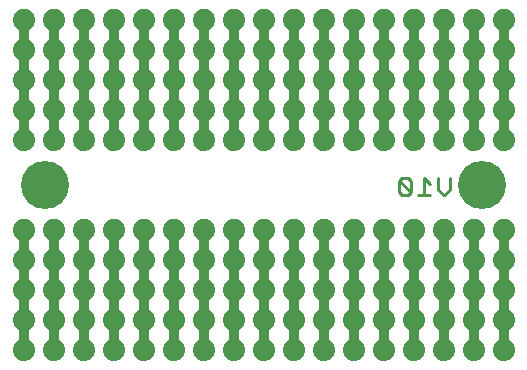
<source format=gbr>
G04 EAGLE Gerber RS-274X export*
G75*
%MOMM*%
%FSLAX34Y34*%
%LPD*%
%INBottom Copper*%
%IPPOS*%
%AMOC8*
5,1,8,0,0,1.08239X$1,22.5*%
G01*
%ADD10C,0.279400*%
%ADD11C,1.879600*%
%ADD12C,0.812800*%
%ADD13C,4.064000*%


D10*
X385953Y171336D02*
X385953Y161337D01*
X380953Y156337D01*
X375954Y161337D01*
X375954Y171336D01*
X369581Y166336D02*
X364582Y171336D01*
X364582Y156337D01*
X369581Y156337D02*
X359582Y156337D01*
X353210Y158837D02*
X353210Y168836D01*
X350710Y171336D01*
X345710Y171336D01*
X343211Y168836D01*
X343211Y158837D01*
X345710Y156337D01*
X350710Y156337D01*
X353210Y158837D01*
X343211Y168836D01*
D11*
X25400Y25400D03*
X25400Y50800D03*
X25400Y76200D03*
X25400Y101600D03*
X25400Y127000D03*
X50800Y25400D03*
X50800Y50800D03*
X50800Y76200D03*
X50800Y101600D03*
X50800Y127000D03*
X76200Y25400D03*
X76200Y50800D03*
X76200Y76200D03*
X76200Y101600D03*
X76200Y127000D03*
X101600Y25400D03*
X101600Y50800D03*
X101600Y76200D03*
X101600Y101600D03*
X101600Y127000D03*
X127000Y25400D03*
X127000Y50800D03*
X127000Y76200D03*
X127000Y101600D03*
X127000Y127000D03*
X152400Y25400D03*
X152400Y50800D03*
X152400Y76200D03*
X152400Y101600D03*
X152400Y127000D03*
X177800Y25400D03*
X177800Y50800D03*
X177800Y76200D03*
X177800Y101600D03*
X177800Y127000D03*
X203200Y25400D03*
X203200Y50800D03*
X203200Y76200D03*
X203200Y101600D03*
X203200Y127000D03*
X228600Y25400D03*
X228600Y50800D03*
X228600Y76200D03*
X228600Y101600D03*
X228600Y127000D03*
X254000Y25400D03*
X254000Y50800D03*
X254000Y76200D03*
X254000Y101600D03*
X254000Y127000D03*
X279400Y25400D03*
X279400Y50800D03*
X279400Y76200D03*
X279400Y101600D03*
X279400Y127000D03*
X304800Y25400D03*
X304800Y50800D03*
X304800Y76200D03*
X304800Y101600D03*
X304800Y127000D03*
X330200Y25400D03*
X330200Y50800D03*
X330200Y76200D03*
X330200Y101600D03*
X330200Y127000D03*
X355600Y25400D03*
X355600Y50800D03*
X355600Y76200D03*
X355600Y101600D03*
X355600Y127000D03*
X381000Y25400D03*
X381000Y50800D03*
X381000Y76200D03*
X381000Y101600D03*
X381000Y127000D03*
X406400Y25400D03*
X406400Y50800D03*
X406400Y76200D03*
X406400Y101600D03*
X406400Y127000D03*
X431800Y25400D03*
X431800Y50800D03*
X431800Y76200D03*
X431800Y101600D03*
X431800Y127000D03*
X25400Y203200D03*
X25400Y228600D03*
X25400Y254000D03*
X25400Y279400D03*
X25400Y304800D03*
X50800Y203200D03*
X50800Y228600D03*
X50800Y254000D03*
X50800Y279400D03*
X50800Y304800D03*
X76200Y203200D03*
X76200Y228600D03*
X76200Y254000D03*
X76200Y279400D03*
X76200Y304800D03*
X101600Y203200D03*
X101600Y228600D03*
X101600Y254000D03*
X101600Y279400D03*
X101600Y304800D03*
X127000Y203200D03*
X127000Y228600D03*
X127000Y254000D03*
X127000Y279400D03*
X127000Y304800D03*
X152400Y203200D03*
X152400Y228600D03*
X152400Y254000D03*
X152400Y279400D03*
X152400Y304800D03*
X177800Y203200D03*
X177800Y228600D03*
X177800Y254000D03*
X177800Y279400D03*
X177800Y304800D03*
X203200Y203200D03*
X203200Y228600D03*
X203200Y254000D03*
X203200Y279400D03*
X203200Y304800D03*
X228600Y203200D03*
X228600Y228600D03*
X228600Y254000D03*
X228600Y279400D03*
X228600Y304800D03*
X254000Y203200D03*
X254000Y228600D03*
X254000Y254000D03*
X254000Y279400D03*
X254000Y304800D03*
X279400Y203200D03*
X279400Y228600D03*
X279400Y254000D03*
X279400Y279400D03*
X279400Y304800D03*
X304800Y203200D03*
X304800Y228600D03*
X304800Y254000D03*
X304800Y279400D03*
X304800Y304800D03*
X330200Y203200D03*
X330200Y228600D03*
X330200Y254000D03*
X330200Y279400D03*
X330200Y304800D03*
X355600Y203200D03*
X355600Y228600D03*
X355600Y254000D03*
X355600Y279400D03*
X355600Y304800D03*
X381000Y203200D03*
X381000Y228600D03*
X381000Y254000D03*
X381000Y279400D03*
X381000Y304800D03*
X406400Y203200D03*
X406400Y228600D03*
X406400Y254000D03*
X406400Y279400D03*
X406400Y304800D03*
X431800Y203200D03*
X431800Y228600D03*
X431800Y254000D03*
X431800Y279400D03*
X431800Y304800D03*
D12*
X25400Y50800D02*
X25400Y25400D01*
X25400Y50800D02*
X25400Y76200D01*
X25400Y101600D01*
X25400Y127000D01*
X50800Y127000D02*
X50800Y101600D01*
X50800Y76200D01*
X50800Y50800D01*
X50800Y25400D01*
X76200Y25400D02*
X76200Y50800D01*
X76200Y76200D01*
X76200Y101600D01*
X76200Y127000D01*
X101600Y50800D02*
X101600Y25400D01*
X101600Y50800D02*
X101600Y76200D01*
X101600Y101600D01*
X101600Y127000D01*
X127000Y50800D02*
X127000Y25400D01*
X127000Y50800D02*
X127000Y76200D01*
X127000Y101600D01*
X127000Y127000D01*
X152400Y50800D02*
X152400Y25400D01*
X152400Y50800D02*
X152400Y76200D01*
X152400Y101600D01*
X152400Y127000D01*
X177800Y127000D02*
X177800Y101600D01*
X177800Y76200D01*
X177800Y50800D01*
X177800Y25400D01*
X203200Y25400D02*
X203200Y50800D01*
X203200Y76200D01*
X203200Y101600D01*
X203200Y127000D01*
X228600Y127000D02*
X228600Y101600D01*
X228600Y76200D01*
X228600Y50800D01*
X228600Y25400D01*
X254000Y25400D02*
X254000Y50800D01*
X254000Y76200D01*
X254000Y101600D01*
X254000Y127000D01*
X279400Y127000D02*
X279400Y101600D01*
X279400Y76200D01*
X279400Y50800D01*
X279400Y25400D01*
X304800Y25400D02*
X304800Y50800D01*
X304800Y76200D01*
X304800Y101600D01*
X304800Y127000D01*
X330200Y127000D02*
X330200Y101600D01*
X330200Y76200D01*
X330200Y50800D01*
X330200Y25400D01*
X355600Y25400D02*
X355600Y50800D01*
X355600Y76200D01*
X355600Y101600D01*
X355600Y127000D01*
X381000Y127000D02*
X381000Y101600D01*
X381000Y76200D01*
X381000Y50800D01*
X381000Y25400D01*
X406400Y25400D02*
X406400Y50800D01*
X406400Y76200D01*
X406400Y101600D01*
X406400Y127000D01*
X431800Y127000D02*
X431800Y101600D01*
X431800Y76200D01*
X431800Y50800D01*
X431800Y25400D01*
X25400Y279400D02*
X25400Y304800D01*
X25400Y279400D02*
X25400Y254000D01*
X25400Y228600D01*
X25400Y203200D01*
X50800Y203200D02*
X50800Y228600D01*
X50800Y254000D01*
X50800Y279400D01*
X50800Y304800D01*
X76200Y304800D02*
X76200Y279400D01*
X76200Y254000D01*
X76200Y228600D01*
X76200Y203200D01*
X101600Y203200D02*
X101600Y228600D01*
X101600Y254000D01*
X101600Y279400D01*
X101600Y304800D01*
X127000Y304800D02*
X127000Y279400D01*
X127000Y254000D01*
X127000Y228600D01*
X127000Y203200D01*
X152400Y203200D02*
X152400Y228600D01*
X152400Y254000D01*
X152400Y279400D01*
X152400Y304800D01*
X177800Y304800D02*
X177800Y279400D01*
X177800Y254000D01*
X177800Y228600D01*
X177800Y203200D01*
X203200Y203200D02*
X203200Y228600D01*
X203200Y254000D01*
X203200Y279400D01*
X203200Y304800D01*
X228600Y304800D02*
X228600Y279400D01*
X228600Y254000D01*
X228600Y228600D01*
X228600Y203200D01*
X254000Y203200D02*
X254000Y228600D01*
X254000Y254000D01*
X254000Y279400D01*
X254000Y304800D01*
X279400Y304800D02*
X279400Y279400D01*
X279400Y254000D01*
X279400Y228600D01*
X279400Y203200D01*
X304800Y203200D02*
X304800Y228600D01*
X304800Y254000D01*
X304800Y279400D01*
X304800Y304800D01*
X330200Y304800D02*
X330200Y279400D01*
X330200Y254000D01*
X330200Y228600D01*
X330200Y203200D01*
X355600Y203200D02*
X355600Y228600D01*
X355600Y254000D01*
X355600Y279400D01*
X355600Y304800D01*
X381000Y304800D02*
X381000Y279400D01*
X381000Y254000D01*
X381000Y228600D01*
X381000Y203200D01*
X406400Y203200D02*
X406400Y228600D01*
X406400Y254000D01*
X406400Y279400D01*
X406400Y304800D01*
X431800Y304800D02*
X431800Y279400D01*
X431800Y254000D01*
X431800Y228600D01*
X431800Y203200D01*
D13*
X43600Y165100D03*
X413600Y165100D03*
M02*

</source>
